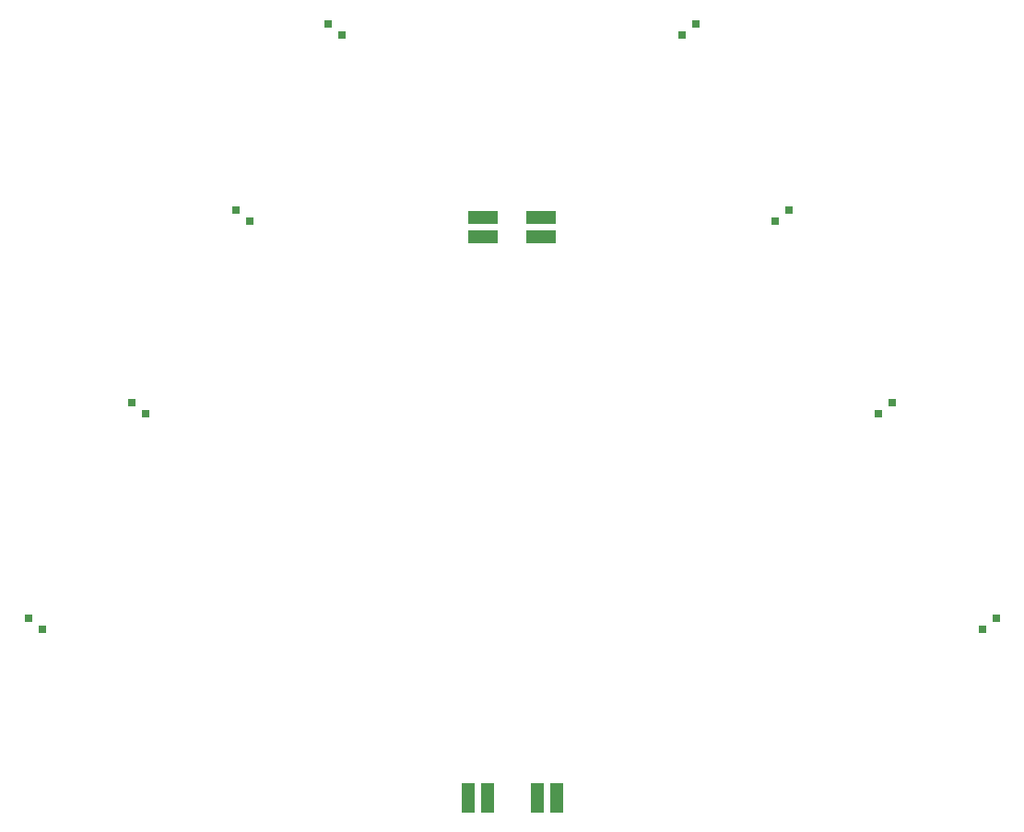
<source format=gbr>
%TF.GenerationSoftware,Altium Limited,Altium Designer,21.2.1 (34)*%
G04 Layer_Color=4408131*
%FSLAX25Y25*%
%MOIN*%
%TF.SameCoordinates,D824F303-33D3-4EC3-9BEE-61EECA8924FC*%
%TF.FilePolarity,Negative*%
%TF.FileFunction,Soldermask,Top*%
%TF.Part,Single*%
G01*
G75*
%TA.AperFunction,SMDPad,CuDef*%
%ADD18R,0.10642X0.04737*%
%ADD19R,0.02769X0.02769*%
%ADD20R,0.04737X0.10642*%
%TA.AperFunction,ViaPad*%
%ADD21R,0.04737X0.10642*%
%ADD22R,0.10642X0.04737*%
D18*
X193500Y241000D02*
D03*
X172500Y234000D02*
D03*
D19*
X283000Y243500D02*
D03*
X278000Y239500D02*
D03*
X358000Y96000D02*
D03*
X353000Y92000D02*
D03*
X88000Y239500D02*
D03*
X83000Y243500D02*
D03*
X121500Y307000D02*
D03*
X116500Y311000D02*
D03*
X13000Y92000D02*
D03*
X8000Y96000D02*
D03*
X320500Y174000D02*
D03*
X315500Y170000D02*
D03*
X50500D02*
D03*
X45500Y174000D02*
D03*
X249500Y311000D02*
D03*
X244500Y307000D02*
D03*
D20*
X192000Y31000D02*
D03*
X174000D02*
D03*
D21*
X199000D02*
D03*
X167000D02*
D03*
D22*
X193500Y234000D02*
D03*
X172500Y241000D02*
D03*
%TF.MD5,c0550214d5cf4c697784bd3564018add*%
M02*

</source>
